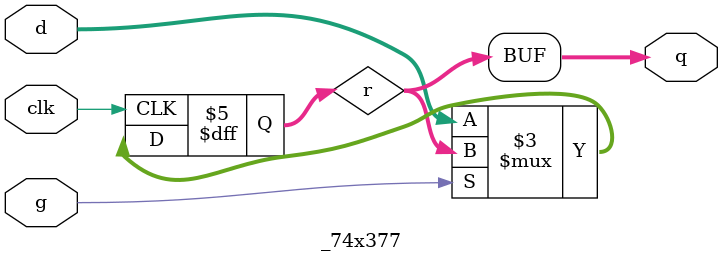
<source format=v>
module _74x377 (
    input g,        // Clock Enable (Active LOW)
    input clk,      // Clock Signal
    input [7:0] d,  // Input Data
    output [7:0] q  // Output Data
);

    reg [7:0] r;

    always @(posedge clk) begin
        if (!g) begin
            r <= d;
        end
    end

    assign q = r;
    
endmodule
</source>
